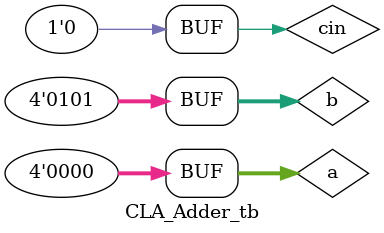
<source format=v>
`timescale 1ns/1ps

module CLA_Adder(a, b, cin, sum, cout);
	input [3:0] a, b;
	input cin;
	output [3:0] sum;
	output cout;
	wire p0, p1, p2, p3, g0, g1, g2, g3, c0, c1, c2, c3, c4;
	assign p0 = (a[0] ^ b[0]),
	p1 = (a[1] ^ b[1]),
	p2 = (a[2] ^ b[2]),
	p3 = (a[3] ^ b[3]);
	
	assign g0 = (a[0] & b[0]),
	g1 = (a[1] & b[1]),
	g2 = (a[2] & b[2]),
	g3 = (a[3] & b[3]);
	
	assign c0 = cin,
	c1 = g0 | (p0 & cin),
	c2 = g1 | (p1 & g0) | (p1 & p0 & cin),
	c3 = g2 | (p2 & g1) | (p2 & p1 & g0) | (p2 & p1 & p0 & cin),
	c4 = g3 | (p3 & g2) | (p3 & p2 & g1) | (p3 & p2 & p1 & g0) | (p3 & p2 & p1 & p0 & cin);
	
	assign sum[0] = p0 ^ c0,
	sum[1] = p1 ^ c1,
	sum[2] = p2 ^ c2,
	sum[3] = p3 ^ c3;
	
	assign cout = c4;
    
endmodule // ADDER

module CLA_Adder_tb; 
    reg [3:0] a, b;
    reg cin;
    wire [3:0] sum;
    wire cout;

    CLA_Adder add( .a(a), .b(b), .cin(cin), .sum(sum), .cout(cout));

    initial begin
        #0      a = 4'b0000; b = 4'b0000; cin = 0;
        #10     a = 4'b0000; b = 4'b0000; cin = 1;
        #10     a = 4'b0000; b = 4'b0001; cin = 0;
        #10     a = 4'b0000; b = 4'b0001; cin = 1;
        #10     a = 4'b0000; b = 4'b0010; cin = 0;
        #10     a = 4'b0000; b = 4'b0010; cin = 1;
        #10     a = 4'b0000; b = 4'b0011; cin = 0;
        #10     a = 4'b0000; b = 4'b0011; cin = 1;
        #10     a = 4'b0000; b = 4'b0100; cin = 0;
        #10     a = 4'b0000; b = 4'b0100; cin = 1;
        #10    a = 4'b0000; b = 4'b0101; cin = 0;
    end

    initial begin
        $monitor("%d: a=%b b=%b cin=%b sum=%b cout=%b",$time,a,b,cin,sum,cout);
    end
endmodule // CLAA Testbench

</source>
